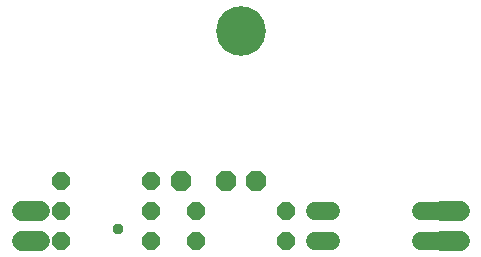
<source format=gbr>
G04 EAGLE Gerber RS-274X export*
G75*
%MOMM*%
%FSLAX34Y34*%
%LPD*%
%INSoldermask Bottom*%
%IPPOS*%
%AMOC8*
5,1,8,0,0,1.08239X$1,22.5*%
G01*
%ADD10C,4.203200*%
%ADD11P,1.649562X8X292.500000*%
%ADD12P,1.649562X8X112.500000*%
%ADD13C,1.727200*%
%ADD14P,1.869504X8X22.500000*%
%ADD15C,1.524000*%
%ADD16P,1.649562X8X22.500000*%
%ADD17C,0.959600*%


D10*
X203200Y203200D03*
D11*
X50800Y50800D03*
X50800Y25400D03*
D12*
X127000Y25400D03*
X127000Y50800D03*
D13*
X33020Y50800D02*
X17780Y50800D01*
X17780Y25400D02*
X33020Y25400D01*
D14*
X215900Y76200D03*
X190500Y76200D03*
D15*
X266192Y50800D02*
X279400Y50800D01*
X279400Y25400D02*
X266192Y25400D01*
X355600Y25400D02*
X368808Y25400D01*
X368808Y50800D02*
X355600Y50800D01*
D13*
X373380Y50800D02*
X388620Y50800D01*
X388620Y25400D02*
X373380Y25400D01*
D14*
X152400Y76200D03*
D16*
X165100Y50800D03*
X241300Y50800D03*
X50800Y76200D03*
X127000Y76200D03*
X165100Y25400D03*
X241300Y25400D03*
D17*
X99060Y35560D03*
M02*

</source>
